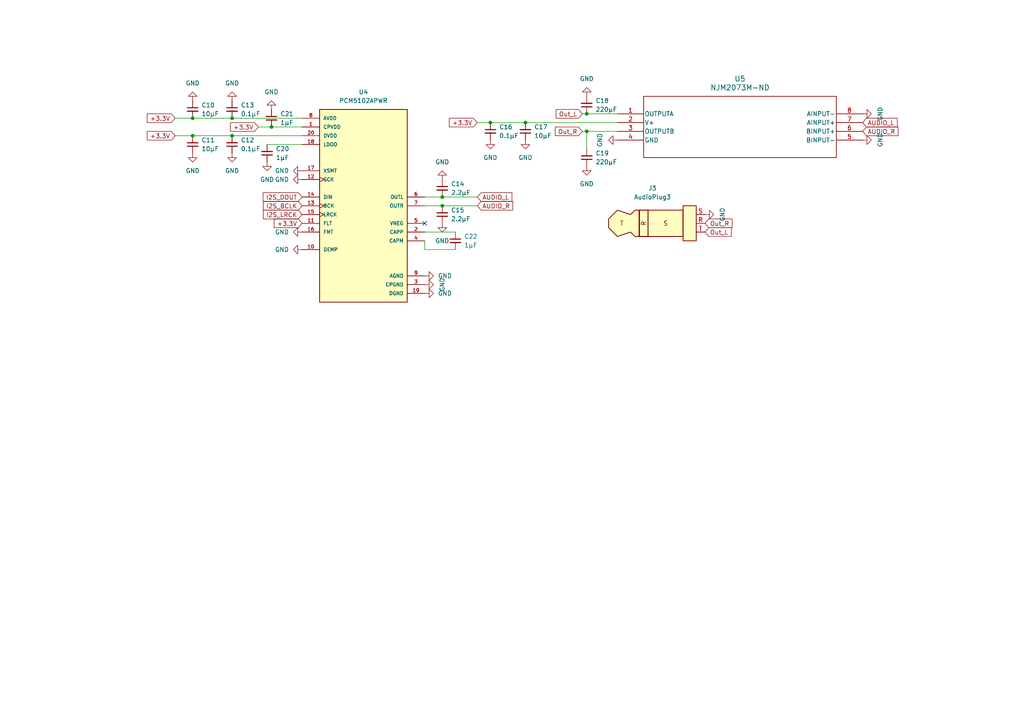
<source format=kicad_sch>
(kicad_sch (version 20250114) (generator "eeschema") (generator_version "9.0")
  (paper "A4")
  (lib_symbols
    (symbol "Connector_Audio:AudioPlug3"
      (property "Reference" "J" (at 1.27 6.35 0))
      (property "Value" "AudioPlug3" (at 1.27 -6.35 0))
      (symbol "AudioPlug3_0_0"
        (text "R" (at -2.54 0 900) (effects (font (size 1.27 1.27))))
      )
      (symbol "AudioPlug3_0_1"
        (rectangle (start -3.81 3.81) (end -1.27 -3.81) (stroke (width 0.254)))
        (rectangle (start -1.27 -1.27) (end -1.27 -1.27))
      )
      (symbol "AudioPlug3_1_0"
        (text "T" (at -8.89 0 0) (effects (font (size 1.27 1.27))))
        (text "S" (at 3.81 0 0) (effects (font (size 1.27 1.27))))
      )
      (symbol "AudioPlug3_1_1"
        (rectangle (start -3.81 3.81) (end 8.89 -3.81) (stroke (width 0.254)) (fill (type background)))
        (polyline (pts (xy -3.81 3.81) (xy -5.08 3.81) (xy -6.35 2.54) (xy -10.16 3.81) (xy -12.7 1.27) (xy -12.7 -1.27) (xy -10.16 -3.81) (xy -6.35 -2.54) (xy -5.08 -3.81) (xy -3.81 -3.81) (xy -3.81 3.81)) (stroke (width 0.254)) (fill (type background)))
        (rectangle (start 12.7 5.08) (end 8.89 -5.08) (stroke (width 0.254)) (fill (type background)))
        (pin passive line (at 15.24 2.54 180) (length 2.54) (name "~") (number "S"))
        (pin passive line (at 15.24 0 180) (length 2.54) (name "~") (number "R"))
        (pin passive line (at 15.24 -2.54 180) (length 2.54) (name "~") (number "T"))
      )
    )
    (symbol "Device:C_Small" (pin_numbers (hide yes)) (pin_names (offset 0.254) (hide yes))
      (property "Reference" "C" (at 0.254 1.778 0))
      (property "Value" "C_Small" (at 0.254 -2.032 0))
      (symbol "C_Small_0_1"
        (polyline (pts (xy -1.524 0.508) (xy 1.524 0.508)) (stroke (width 0.3048)))
        (polyline (pts (xy -1.524 -0.508) (xy 1.524 -0.508)) (stroke (width 0.3302)))
      )
      (symbol "C_Small_1_1"
        (pin passive line (at 0 2.54 270) (length 2.032) (name "~") (number "1"))
        (pin passive line (at 0 -2.54 90) (length 2.032) (name "~") (number "2"))
      )
    )
    (symbol "Library:NJM2073M-ND" (pin_names (offset 0.254))
      (property "Reference" "U" (at 35.56 10.16 0))
      (property "Value" "NJM2073M-ND" (at 35.56 7.62 0))
      (symbol "NJM2073M-ND_0_1"
        (polyline (pts (xy 7.62 5.08) (xy 7.62 -12.7)) (stroke (width 0.2032)))
        (polyline (pts (xy 7.62 -12.7) (xy 63.5 -12.7)) (stroke (width 0.2032)))
        (polyline (pts (xy 63.5 5.08) (xy 7.62 5.08)) (stroke (width 0.2032)))
        (polyline (pts (xy 63.5 -12.7) (xy 63.5 5.08)) (stroke (width 0.2032)))
        (pin output line (at 0 0 0) (length 7.62) (name "OUTPUTA") (number "1"))
        (pin power_in line (at 0 -2.54 0) (length 7.62) (name "V+") (number "2"))
        (pin output line (at 0 -5.08 0) (length 7.62) (name "OUTPUTB") (number "3"))
        (pin power_in line (at 0 -7.62 0) (length 7.62) (name "GND") (number "4"))
        (pin input line (at 71.12 0 180) (length 7.62) (name "AINPUT-") (number "8"))
        (pin input line (at 71.12 -2.54 180) (length 7.62) (name "AINPUT+") (number "7"))
        (pin input line (at 71.12 -5.08 180) (length 7.62) (name "BINPUT+") (number "6"))
        (pin input line (at 71.12 -7.62 180) (length 7.62) (name "BINPUT-") (number "5"))
      )
    )
    (symbol "Library:PCM5102APWR" (pin_names (offset 1.016))
      (property "Reference" "U" (at -12.7 28.94 0))
      (property "Value" "PCM5102APWR" (at -12.7 -30.48 0))
      (symbol "PCM5102APWR_0_0"
        (rectangle (start -12.7 -27.94) (end 12.7 27.94) (stroke (width 0.254)) (fill (type background)))
        (pin power_in line (at -17.78 25.4 0) (length 5.08) (name "AVDD") (number "8"))
        (pin power_in line (at -17.78 22.86 0) (length 5.08) (name "CPVDD") (number "1"))
        (pin power_in line (at -17.78 20.32 0) (length 5.08) (name "DVDD") (number "20"))
        (pin power_in line (at -17.78 17.78 0) (length 5.08) (name "LDOO") (number "18"))
        (pin input line (at -17.78 10.16 0) (length 5.08) (name "XSMT") (number "17"))
        (pin input clock (at -17.78 7.62 0) (length 5.08) (name "SCK") (number "12"))
        (pin input line (at -17.78 2.54 0) (length 5.08) (name "DIN") (number "14"))
        (pin input clock (at -17.78 0 0) (length 5.08) (name "BCK") (number "13"))
        (pin input clock (at -17.78 -2.54 0) (length 5.08) (name "LRCK") (number "15"))
        (pin input line (at -17.78 -5.08 0) (length 5.08) (name "FLT") (number "11"))
        (pin input line (at -17.78 -7.62 0) (length 5.08) (name "FMT") (number "16"))
        (pin input line (at -17.78 -12.7 0) (length 5.08) (name "DEMP") (number "10"))
        (pin output line (at 17.78 2.54 180) (length 5.08) (name "OUTL") (number "6"))
        (pin output line (at 17.78 0 180) (length 5.08) (name "OUTR") (number "7"))
        (pin output line (at 17.78 -5.08 180) (length 5.08) (name "VNEG") (number "5"))
        (pin passive line (at 17.78 -7.62 180) (length 5.08) (name "CAPP") (number "2"))
        (pin passive line (at 17.78 -10.16 180) (length 5.08) (name "CAPM") (number "4"))
        (pin power_in line (at 17.78 -20.32 180) (length 5.08) (name "AGND") (number "9"))
        (pin power_in line (at 17.78 -22.86 180) (length 5.08) (name "CPGND") (number "3"))
        (pin power_in line (at 17.78 -25.4 180) (length 5.08) (name "DGND") (number "19"))
      )
    )
    (symbol "power:GND" (power) (pin_numbers (hide yes)) (pin_names (offset 0) (hide yes))
      (property "Value" "GND" (at 0 -3.81 0))
      (symbol "GND_0_1"
        (polyline (pts (xy 0 0) (xy 0 -1.27) (xy 1.27 -1.27) (xy 0 -2.54) (xy -1.27 -1.27) (xy 0 -1.27)))
      )
      (symbol "GND_1_1"
        (pin power_in line (at 0 0 270) (length 0) (name "~") (number "1"))
      )
    )
  )
  (junction (at 128.27 57.15))
  (junction (at 142.24 35.56))
  (junction (at 78.74 36.83))
  (junction (at 67.31 39.37))
  (junction (at 67.31 34.29))
  (junction (at 55.88 34.29))
  (junction (at 55.88 39.37))
  (junction (at 170.18 38.1))
  (junction (at 128.27 59.69))
  (junction (at 152.4 35.56))
  (junction (at 170.18 33.02))
  (no_connect (at 123.19 64.77))
  (wire (pts (xy 123.19 59.69) (xy 128.27 59.69)))
  (wire (pts (xy 170.18 38.1) (xy 179.07 38.1)))
  (wire (pts (xy 50.8 34.29) (xy 55.88 34.29)))
  (wire (pts (xy 123.19 67.31) (xy 132.08 67.31)))
  (wire (pts (xy 55.88 34.29) (xy 67.31 34.29)))
  (wire (pts (xy 170.18 43.18) (xy 170.18 38.1)))
  (wire (pts (xy 168.91 33.02) (xy 170.18 33.02)))
  (wire (pts (xy 138.43 35.56) (xy 142.24 35.56)))
  (wire (pts (xy 142.24 35.56) (xy 152.4 35.56)))
  (wire (pts (xy 78.74 36.83) (xy 87.63 36.83)))
  (wire (pts (xy 67.31 34.29) (xy 87.63 34.29)))
  (wire (pts (xy 170.18 33.02) (xy 179.07 33.02)))
  (wire (pts (xy 77.47 41.91) (xy 87.63 41.91)))
  (wire (pts (xy 152.4 35.56) (xy 179.07 35.56)))
  (wire (pts (xy 50.8 39.37) (xy 55.88 39.37)))
  (wire (pts (xy 168.91 38.1) (xy 170.18 38.1)))
  (wire (pts (xy 123.19 72.39) (xy 132.08 72.39)))
  (wire (pts (xy 55.88 39.37) (xy 67.31 39.37)))
  (wire (pts (xy 123.19 69.85) (xy 123.19 72.39)))
  (wire (pts (xy 74.93 36.83) (xy 78.74 36.83)))
  (wire (pts (xy 128.27 59.69) (xy 138.43 59.69)))
  (wire (pts (xy 123.19 57.15) (xy 128.27 57.15)))
  (wire (pts (xy 67.31 39.37) (xy 87.63 39.37)))
  (wire (pts (xy 128.27 57.15) (xy 138.43 57.15)))
  (global_label "AUDIO_R" (shape input) (at 250.19 38.1 0) (property "Intersheetrefs" "${INTERSHEET_REFS}" (effects (hide yes))))
  (global_label "Out_L" (shape input) (at 168.91 33.02 180) (property "Intersheetrefs" "${INTERSHEET_REFS}" (effects (hide yes))))
  (global_label "AUDIO_L" (shape input) (at 250.19 35.56 0) (property "Intersheetrefs" "${INTERSHEET_REFS}" (effects (hide yes))))
  (global_label "I2S_LRCK" (shape input) (at 87.63 62.23 180) (property "Intersheetrefs" "${INTERSHEET_REFS}" (effects (hide yes))))
  (global_label "I2S_DOUT" (shape input) (at 87.63 57.15 180) (property "Intersheetrefs" "${INTERSHEET_REFS}" (effects (hide yes))))
  (global_label "+3.3V" (shape input) (at 87.63 64.77 180) (property "Intersheetrefs" "${INTERSHEET_REFS}" (effects (hide yes))))
  (global_label "I2S_BCLK" (shape input) (at 87.63 59.69 180) (property "Intersheetrefs" "${INTERSHEET_REFS}" (effects (hide yes))))
  (global_label "Out_R" (shape input) (at 204.47 64.77 0) (property "Intersheetrefs" "${INTERSHEET_REFS}" (effects (hide yes))))
  (global_label "+3.3V" (shape input) (at 50.8 34.29 180) (property "Intersheetrefs" "${INTERSHEET_REFS}" (effects (hide yes))))
  (global_label "Out_R" (shape input) (at 168.91 38.1 180) (property "Intersheetrefs" "${INTERSHEET_REFS}" (effects (hide yes))))
  (global_label "AUDIO_L" (shape input) (at 138.43 57.15 0) (property "Intersheetrefs" "${INTERSHEET_REFS}" (effects (hide yes))))
  (global_label "Out_L" (shape input) (at 204.47 67.31 0) (property "Intersheetrefs" "${INTERSHEET_REFS}" (effects (hide yes))))
  (global_label "+3.3V" (shape input) (at 50.8 39.37 180) (property "Intersheetrefs" "${INTERSHEET_REFS}" (effects (hide yes))))
  (global_label "AUDIO_R" (shape input) (at 138.43 59.69 0) (property "Intersheetrefs" "${INTERSHEET_REFS}" (effects (hide yes))))
  (global_label "+3.3V" (shape input) (at 74.93 36.83 180) (property "Intersheetrefs" "${INTERSHEET_REFS}" (effects (hide yes))))
  (global_label "+3.3V" (shape input) (at 138.43 35.56 180) (property "Intersheetrefs" "${INTERSHEET_REFS}" (effects (hide yes))))
  (symbol (lib_id "Device:C_Small") (at 67.31 41.91 180) (unit 1)
    (property "Reference" "C12" (at 69.85 40.6335 0) (effects (justify right)))
    (property "Value" "0.1μF" (at 69.85 43.1735 0) (effects (justify right)))
    (property "Footprint" "Capacitor_SMD:C_0603_1608Metric_Pad1.08x0.95mm_HandSolder" (effects (hide yes)))
    (property "Description" "Unpolarized capacitor, small symbol" (effects (hide yes)))
  )
  (symbol (lib_id "Device:C_Small") (at 170.18 30.48 180) (unit 1)
    (property "Reference" "C18" (at 172.72 29.2035 0) (effects (justify right)))
    (property "Value" "220μF" (at 172.72 31.7435 0) (effects (justify right)))
    (property "Footprint" "Capacitor_SMD:C_0805_2012Metric_Pad1.18x1.45mm_HandSolder" (effects (hide yes)))
    (property "Description" "Unpolarized capacitor, small symbol" (effects (hide yes)))
  )
  (symbol (lib_id "power:GND") (at 87.63 72.39 270) (mirror x) (unit 1)
    (property "Reference" "#PWR031" (effects (hide yes)))
    (property "Value" "GND" (at 83.82 72.3899 90) (effects (justify right)))
    (property "Description" "Power symbol creates a global label with name \"GND\" , ground" (effects (hide yes)))
  )
  (symbol (lib_id "power:GND") (at 170.18 27.94 0) (mirror x) (unit 1)
    (property "Reference" "#PWR041" (effects (hide yes)))
    (property "Value" "GND" (at 170.18 22.86 0))
    (property "Description" "Power symbol creates a global label with name \"GND\" , ground" (effects (hide yes)))
  )
  (symbol (lib_id "power:GND") (at 87.63 49.53 270) (mirror x) (unit 1)
    (property "Reference" "#PWR032" (effects (hide yes)))
    (property "Value" "GND" (at 83.82 49.5299 90) (effects (justify right)))
    (property "Description" "Power symbol creates a global label with name \"GND\" , ground" (effects (hide yes)))
  )
  (symbol (lib_id "Device:C_Small") (at 55.88 31.75 0) (unit 1)
    (property "Reference" "C10" (at 58.42 30.4862 0) (effects (justify left)))
    (property "Value" "10μF" (at 58.42 33.0262 0) (effects (justify left)))
    (property "Footprint" "Capacitor_SMD:C_0603_1608Metric_Pad1.08x0.95mm_HandSolder" (effects (hide yes)))
    (property "Description" "Unpolarized capacitor, small symbol" (effects (hide yes)))
  )
  (symbol (lib_id "power:GND") (at 87.63 52.07 270) (mirror x) (unit 1)
    (property "Reference" "#PWR046" (effects (hide yes)))
    (property "Value" "GND" (at 83.82 52.0699 90) (effects (justify right)))
    (property "Description" "Power symbol creates a global label with name \"GND\" , ground" (effects (hide yes)))
  )
  (symbol (lib_id "power:GND") (at 123.19 85.09 90) (mirror x) (unit 1)
    (property "Reference" "#PWR029" (effects (hide yes)))
    (property "Value" "GND" (at 127 85.0899 90) (effects (justify right)))
    (property "Description" "Power symbol creates a global label with name \"GND\" , ground" (effects (hide yes)))
  )
  (symbol (lib_id "Library:NJM2073M-ND") (at 179.07 33.02 0) (unit 1)
    (property "Reference" "U5" (at 214.63 22.86 0) (effects (font (size 1.524 1.524))))
    (property "Value" "NJM2073M-ND" (at 214.63 25.4 0) (effects (font (size 1.524 1.524))))
    (property "Footprint" "Library:NJR-DMP8_NJR" (effects (hide yes)))
    (property "Datasheet" "NJM2073M-ND" (effects (hide yes)))
  )
  (symbol (lib_id "Device:C_Small") (at 67.31 31.75 0) (mirror y) (unit 1)
    (property "Reference" "C13" (at 69.85 30.4862 0) (effects (justify right)))
    (property "Value" "0.1μF" (at 69.85 33.0262 0) (effects (justify right)))
    (property "Footprint" "Capacitor_SMD:C_0603_1608Metric_Pad1.08x0.95mm_HandSolder" (effects (hide yes)))
    (property "Description" "Unpolarized capacitor, small symbol" (effects (hide yes)))
  )
  (symbol (lib_id "power:GND") (at 250.19 33.02 90) (unit 1)
    (property "Reference" "#PWR038" (effects (hide yes)))
    (property "Value" "GND" (at 255.27 33.02 0))
    (property "Description" "Power symbol creates a global label with name \"GND\" , ground" (effects (hide yes)))
  )
  (symbol (lib_id "power:GND") (at 78.74 31.75 180) (unit 1)
    (property "Reference" "#PWR045" (effects (hide yes)))
    (property "Value" "GND" (at 78.74 26.67 0))
    (property "Description" "Power symbol creates a global label with name \"GND\" , ground" (effects (hide yes)))
  )
  (symbol (lib_id "Device:C_Small") (at 128.27 54.61 0) (unit 1)
    (property "Reference" "C14" (at 130.81 53.3462 0) (effects (justify left)))
    (property "Value" "2.2μF" (at 130.81 55.8862 0) (effects (justify left)))
    (property "Footprint" "Capacitor_SMD:C_0603_1608Metric_Pad1.08x0.95mm_HandSolder" (effects (hide yes)))
    (property "Description" "Unpolarized capacitor, small symbol" (effects (hide yes)))
  )
  (symbol (lib_id "power:GND") (at 179.07 40.64 270) (unit 1)
    (property "Reference" "#PWR037" (effects (hide yes)))
    (property "Value" "GND" (at 173.99 40.64 0))
    (property "Description" "Power symbol creates a global label with name \"GND\" , ground" (effects (hide yes)))
  )
  (symbol (lib_id "Device:C_Small") (at 55.88 41.91 180) (unit 1)
    (property "Reference" "C11" (at 58.42 40.6335 0) (effects (justify right)))
    (property "Value" "10μF" (at 58.42 43.1735 0) (effects (justify right)))
    (property "Footprint" "Capacitor_SMD:C_0603_1608Metric_Pad1.08x0.95mm_HandSolder" (effects (hide yes)))
    (property "Description" "Unpolarized capacitor, small symbol" (effects (hide yes)))
  )
  (symbol (lib_id "power:GND") (at 170.18 48.26 0) (unit 1)
    (property "Reference" "#PWR040" (effects (hide yes)))
    (property "Value" "GND" (at 170.18 53.34 0))
    (property "Description" "Power symbol creates a global label with name \"GND\" , ground" (effects (hide yes)))
  )
  (symbol (lib_id "power:GND") (at 123.19 80.01 90) (mirror x) (unit 1)
    (property "Reference" "#PWR028" (effects (hide yes)))
    (property "Value" "GND" (at 127 80.0099 90) (effects (justify right)))
    (property "Description" "Power symbol creates a global label with name \"GND\" , ground" (effects (hide yes)))
  )
  (symbol (lib_id "power:GND") (at 128.27 52.07 0) (mirror x) (unit 1)
    (property "Reference" "#PWR033" (effects (hide yes)))
    (property "Value" "GND" (at 128.27 46.99 0))
    (property "Description" "Power symbol creates a global label with name \"GND\" , ground" (effects (hide yes)))
  )
  (symbol (lib_id "Library:PCM5102APWR") (at 105.41 59.69 0) (unit 1)
    (property "Reference" "U4" (at 105.41 26.67 0))
    (property "Value" "PCM5102APWR" (at 105.41 29.21 0))
    (property "Footprint" "Library:SOP65P640X120-20N" (effects (hide yes)))
  )
  (symbol (lib_id "power:GND") (at 77.47 46.99 0) (unit 1)
    (property "Reference" "#PWR043" (effects (hide yes)))
    (property "Value" "GND" (at 77.47 52.07 0))
    (property "Description" "Power symbol creates a global label with name \"GND\" , ground" (effects (hide yes)))
  )
  (symbol (lib_id "Device:C_Small") (at 128.27 62.23 180) (unit 1)
    (property "Reference" "C15" (at 130.81 60.9535 0) (effects (justify right)))
    (property "Value" "2.2μF" (at 130.81 63.4935 0) (effects (justify right)))
    (property "Footprint" "Capacitor_SMD:C_0603_1608Metric_Pad1.08x0.95mm_HandSolder" (effects (hide yes)))
    (property "Description" "Unpolarized capacitor, small symbol" (effects (hide yes)))
  )
  (symbol (lib_id "Connector_Audio:AudioPlug3") (at 189.23 64.77 0) (unit 1)
    (property "Reference" "J3" (at 189.23 54.61 0))
    (property "Value" "AudioPlug3" (at 189.23 57.15 0))
    (property "Description" "Audio Jack, 3 Poles (Stereo / TRS)" (effects (hide yes)))
  )
  (symbol (lib_id "Device:C_Small") (at 78.74 34.29 0) (unit 1)
    (property "Reference" "C21" (at 81.28 33.0262 0) (effects (justify left)))
    (property "Value" "1μF" (at 81.28 35.5662 0) (effects (justify left)))
    (property "Footprint" "Capacitor_SMD:C_0603_1608Metric_Pad1.08x0.95mm_HandSolder" (effects (hide yes)))
    (property "Description" "Unpolarized capacitor, small symbol" (effects (hide yes)))
  )
  (symbol (lib_id "power:GND") (at 250.19 40.64 90) (unit 1)
    (property "Reference" "#PWR039" (effects (hide yes)))
    (property "Value" "GND" (at 255.27 40.64 0))
    (property "Description" "Power symbol creates a global label with name \"GND\" , ground" (effects (hide yes)))
  )
  (symbol (lib_id "power:GND") (at 55.88 29.21 180) (unit 1)
    (property "Reference" "#PWR024" (effects (hide yes)))
    (property "Value" "GND" (at 55.88 24.13 0))
    (property "Description" "Power symbol creates a global label with name \"GND\" , ground" (effects (hide yes)))
  )
  (symbol (lib_id "power:GND") (at 55.88 44.45 0) (unit 1)
    (property "Reference" "#PWR025" (effects (hide yes)))
    (property "Value" "GND" (at 55.88 49.53 0))
    (property "Description" "Power symbol creates a global label with name \"GND\" , ground" (effects (hide yes)))
  )
  (symbol (lib_id "power:GND") (at 142.24 40.64 0) (unit 1)
    (property "Reference" "#PWR035" (effects (hide yes)))
    (property "Value" "GND" (at 142.24 45.72 0))
    (property "Description" "Power symbol creates a global label with name \"GND\" , ground" (effects (hide yes)))
  )
  (symbol (lib_id "power:GND") (at 67.31 44.45 0) (unit 1)
    (property "Reference" "#PWR026" (effects (hide yes)))
    (property "Value" "GND" (at 67.31 49.53 0))
    (property "Description" "Power symbol creates a global label with name \"GND\" , ground" (effects (hide yes)))
  )
  (symbol (lib_id "power:GND") (at 152.4 40.64 0) (unit 1)
    (property "Reference" "#PWR036" (effects (hide yes)))
    (property "Value" "GND" (at 152.4 45.72 0))
    (property "Description" "Power symbol creates a global label with name \"GND\" , ground" (effects (hide yes)))
  )
  (symbol (lib_id "Device:C_Small") (at 152.4 38.1 180) (unit 1)
    (property "Reference" "C17" (at 154.94 36.8235 0) (effects (justify right)))
    (property "Value" "10μF" (at 154.94 39.3635 0) (effects (justify right)))
    (property "Footprint" "Capacitor_SMD:C_0603_1608Metric_Pad1.08x0.95mm_HandSolder" (effects (hide yes)))
    (property "Description" "Unpolarized capacitor, small symbol" (effects (hide yes)))
  )
  (symbol (lib_id "Device:C_Small") (at 142.24 38.1 0) (mirror y) (unit 1)
    (property "Reference" "C16" (at 144.78 36.8362 0) (effects (justify right)))
    (property "Value" "0.1μF" (at 144.78 39.3762 0) (effects (justify right)))
    (property "Footprint" "Capacitor_SMD:C_0603_1608Metric_Pad1.08x0.95mm_HandSolder" (effects (hide yes)))
    (property "Description" "Unpolarized capacitor, small symbol" (effects (hide yes)))
  )
  (symbol (lib_id "Device:C_Small") (at 170.18 45.72 180) (unit 1)
    (property "Reference" "C19" (at 172.72 44.4435 0) (effects (justify right)))
    (property "Value" "220μF" (at 172.72 46.9835 0) (effects (justify right)))
    (property "Footprint" "Capacitor_SMD:C_0805_2012Metric_Pad1.18x1.45mm_HandSolder" (effects (hide yes)))
    (property "Description" "Unpolarized capacitor, small symbol" (effects (hide yes)))
  )
  (symbol (lib_id "power:GND") (at 87.63 67.31 270) (mirror x) (unit 1)
    (property "Reference" "#PWR030" (effects (hide yes)))
    (property "Value" "GND" (at 83.82 67.3099 90) (effects (justify right)))
    (property "Description" "Power symbol creates a global label with name \"GND\" , ground" (effects (hide yes)))
  )
  (symbol (lib_id "power:GND") (at 123.19 82.55 90) (unit 1)
    (property "Reference" "#PWR044" (effects (hide yes)))
    (property "Value" "GND" (at 128.27 82.55 0))
    (property "Description" "Power symbol creates a global label with name \"GND\" , ground" (effects (hide yes)))
  )
  (symbol (lib_id "Device:C_Small") (at 77.47 44.45 180) (unit 1)
    (property "Reference" "C20" (at 80.01 43.1735 0) (effects (justify right)))
    (property "Value" "1μF" (at 80.01 45.7135 0) (effects (justify right)))
    (property "Footprint" "Capacitor_SMD:C_0603_1608Metric_Pad1.08x0.95mm_HandSolder" (effects (hide yes)))
    (property "Description" "Unpolarized capacitor, small symbol" (effects (hide yes)))
  )
  (symbol (lib_id "power:GND") (at 204.47 62.23 90) (unit 1)
    (property "Reference" "#PWR042" (effects (hide yes)))
    (property "Value" "GND" (at 209.55 62.23 0))
    (property "Description" "Power symbol creates a global label with name \"GND\" , ground" (effects (hide yes)))
  )
  (symbol (lib_id "power:GND") (at 128.27 64.77 0) (unit 1)
    (property "Reference" "#PWR034" (effects (hide yes)))
    (property "Value" "GND" (at 128.27 69.85 0))
    (property "Description" "Power symbol creates a global label with name \"GND\" , ground" (effects (hide yes)))
  )
  (symbol (lib_id "Device:C_Small") (at 132.08 69.85 0) (unit 1)
    (property "Reference" "C22" (at 134.62 68.5862 0) (effects (justify left)))
    (property "Value" "1μF" (at 134.62 71.1262 0) (effects (justify left)))
    (property "Footprint" "Capacitor_SMD:C_0603_1608Metric_Pad1.08x0.95mm_HandSolder" (effects (hide yes)))
    (property "Description" "Unpolarized capacitor, small symbol" (effects (hide yes)))
  )
  (symbol (lib_id "power:GND") (at 67.31 29.21 0) (mirror x) (unit 1)
    (property "Reference" "#PWR027" (effects (hide yes)))
    (property "Value" "GND" (at 67.31 24.13 0))
    (property "Description" "Power symbol creates a global label with name \"GND\" , ground" (effects (hide yes)))
  )
)
</source>
